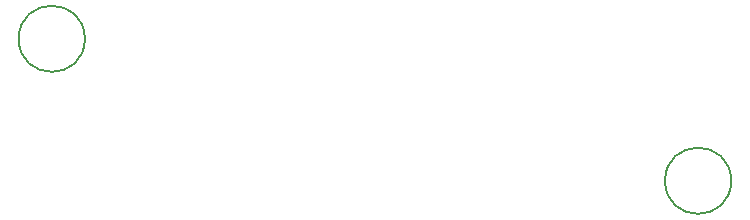
<source format=gbr>
%TF.GenerationSoftware,KiCad,Pcbnew,(7.99.0-267-g8440d7258b)*%
%TF.CreationDate,2023-05-05T03:53:06-07:00*%
%TF.ProjectId,1_2og_lightbar,315f326f-675f-46c6-9967-68746261722e,rev?*%
%TF.SameCoordinates,Original*%
%TF.FileFunction,Other,Comment*%
%FSLAX46Y46*%
G04 Gerber Fmt 4.6, Leading zero omitted, Abs format (unit mm)*
G04 Created by KiCad (PCBNEW (7.99.0-267-g8440d7258b)) date 2023-05-05 03:53:06*
%MOMM*%
%LPD*%
G01*
G04 APERTURE LIST*
%ADD10C,0.150000*%
G04 APERTURE END LIST*
D10*
%TO.C,H2*%
X80397000Y-32385000D02*
G75*
G03*
X80397000Y-32385000I-2800000J0D01*
G01*
%TO.C,H1*%
X25679961Y-20362871D02*
G75*
G03*
X25679961Y-20362871I-2800000J0D01*
G01*
%TD*%
M02*

</source>
